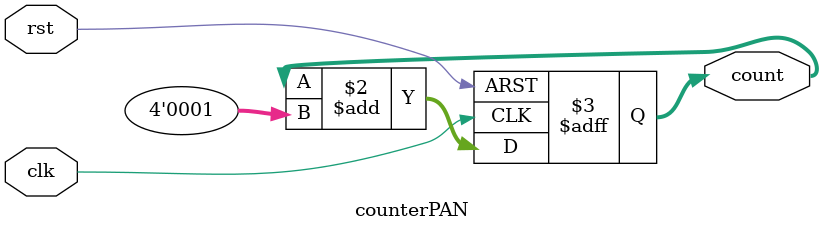
<source format=v>
module counterPAN (clk, rst, count);

   input clk, rst;
   output reg [3:0] count;

   wire 	    clk;
   wire 	    rst;
   wire 	    en;
   
   always @(posedge clk or posedge rst)
     begin: COUNTER
	if (rst)
          count <= #1 4'd0;
	else 
          count <= #1 count + 4'd1;
     end
endmodule

</source>
